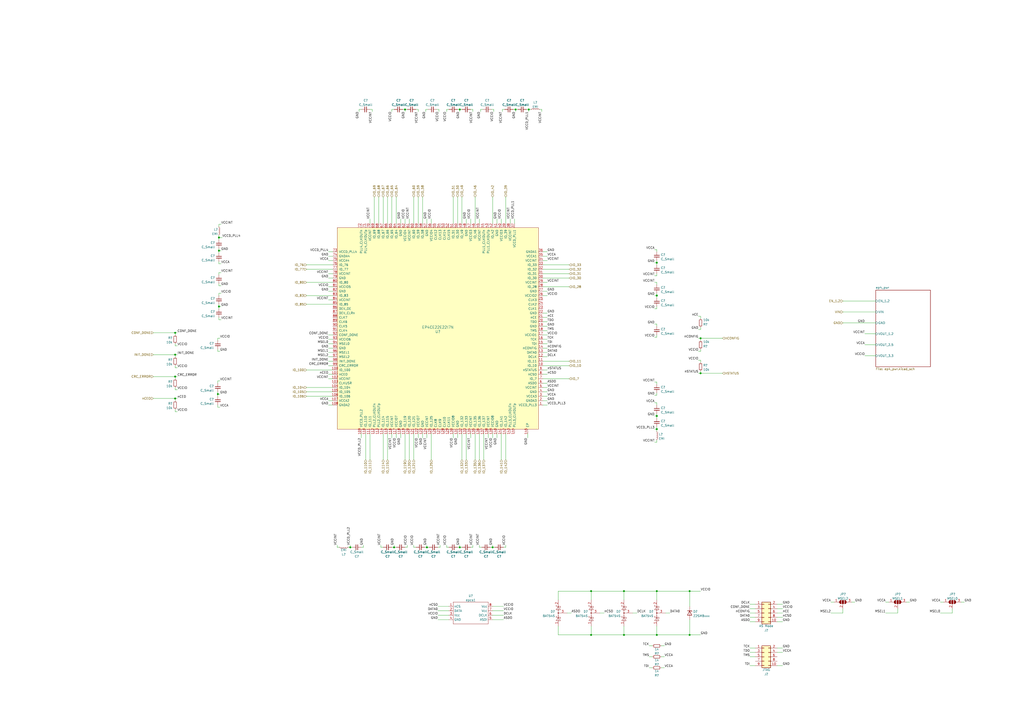
<source format=kicad_sch>
(kicad_sch (version 20211123) (generator eeschema)
  (paper "A2")
  (junction (at 285.75 317.5))
  (junction (at 127 177.8))
  (junction (at 381 152.4))
  (junction (at 101.6 193.04))
  (junction (at 127 145.415))
  (junction (at 299.085 63.5))
  (junction (at 400.05 342.9))
  (junction (at 400.05 368.3))
  (junction (at 247.65 317.5))
  (junction (at 266.7 317.5))
  (junction (at 361.95 368.3))
  (junction (at 342.9 342.9))
  (junction (at 101.6 218.44))
  (junction (at 101.6 205.74))
  (junction (at 406.4 216.535))
  (junction (at 126.365 228.6))
  (junction (at 342.9 368.3))
  (junction (at 234.95 63.5))
  (junction (at 228.6 317.5))
  (junction (at 381 342.9))
  (junction (at 381 248.92))
  (junction (at 266.7 63.5))
  (junction (at 101.6 231.14))
  (junction (at 127 137.795))
  (junction (at 381 368.3))
  (junction (at 406.4 196.215))
  (junction (at 361.95 342.9))
  (junction (at 381 241.3))
  (junction (at 203.2 317.5))
  (junction (at 381 171.45))
  (junction (at 306.705 63.5))
  (wire (pts (xy 381 241.3) (xy 381 242.57)))
  (wire (pts (xy 406.4 197.485) (xy 406.4 196.215)))
  (wire (pts (xy 126.365 236.22) (xy 126.365 234.95)))
  (wire (pts (xy 255.27 317.5) (xy 254 317.5)))
  (wire (pts (xy 381 160.02) (xy 381 158.75)))
  (wire (pts (xy 342.9 342.9) (xy 342.9 347.98)))
  (wire (pts (xy 247.015 64.77) (xy 247.015 63.5)))
  (wire (pts (xy 381 256.54) (xy 381 255.27)))
  (wire (pts (xy 481.965 349.25) (xy 483.87 349.25)))
  (wire (pts (xy 306.705 63.5) (xy 305.435 63.5)))
  (wire (pts (xy 488.95 180.975) (xy 508 180.975)))
  (wire (pts (xy 400.05 368.3) (xy 406.4 368.3)))
  (wire (pts (xy 313.055 63.5) (xy 314.325 63.5)))
  (wire (pts (xy 278.765 63.5) (xy 280.035 63.5)))
  (wire (pts (xy 545.465 355.6) (xy 552.45 355.6)))
  (wire (pts (xy 128.27 145.415) (xy 127 145.415)))
  (wire (pts (xy 232.41 251.46) (xy 232.41 254)))
  (wire (pts (xy 220.98 316.23) (xy 220.98 317.5)))
  (wire (pts (xy 101.6 200.66) (xy 102.87 200.66)))
  (wire (pts (xy 262.89 254) (xy 262.89 251.46)))
  (wire (pts (xy 190.5 219.71) (xy 193.04 219.71)))
  (wire (pts (xy 232.41 127) (xy 232.41 129.54)))
  (wire (pts (xy 214.63 251.46) (xy 214.63 266.7)))
  (wire (pts (xy 488.95 355.6) (xy 488.95 353.06)))
  (wire (pts (xy 379.73 248.92) (xy 381 248.92)))
  (wire (pts (xy 317.5 189.23) (xy 314.96 189.23)))
  (wire (pts (xy 434.975 381) (xy 438.15 381)))
  (wire (pts (xy 193.04 166.37) (xy 190.5 166.37)))
  (wire (pts (xy 214.63 127) (xy 214.63 129.54)))
  (wire (pts (xy 240.03 317.5) (xy 241.3 317.5)))
  (wire (pts (xy 298.45 127) (xy 298.45 129.54)))
  (wire (pts (xy 126.365 197.485) (xy 126.365 196.215)))
  (wire (pts (xy 242.57 63.5) (xy 242.57 64.77)))
  (wire (pts (xy 208.28 64.77) (xy 208.28 63.5)))
  (wire (pts (xy 405.13 203.835) (xy 406.4 203.835)))
  (wire (pts (xy 381 368.3) (xy 400.05 368.3)))
  (wire (pts (xy 379.73 233.68) (xy 381 233.68)))
  (wire (pts (xy 400.05 359.41) (xy 400.05 368.3)))
  (wire (pts (xy 195.58 317.5) (xy 196.85 317.5)))
  (wire (pts (xy 450.85 350.52) (xy 454.025 350.52)))
  (wire (pts (xy 381 233.68) (xy 381 234.95)))
  (wire (pts (xy 450.85 355.6) (xy 454.025 355.6)))
  (wire (pts (xy 381 152.4) (xy 381 153.67)))
  (wire (pts (xy 217.17 114.3) (xy 217.17 129.54)))
  (wire (pts (xy 275.59 251.46) (xy 275.59 266.7)))
  (wire (pts (xy 347.98 355.6) (xy 350.52 355.6)))
  (wire (pts (xy 254 354.33) (xy 260.35 354.33)))
  (wire (pts (xy 381 342.9) (xy 381 347.98)))
  (wire (pts (xy 210.82 317.5) (xy 209.55 317.5)))
  (wire (pts (xy 240.03 316.23) (xy 240.03 317.5)))
  (wire (pts (xy 190.5 201.93) (xy 193.04 201.93)))
  (wire (pts (xy 317.5 194.31) (xy 314.96 194.31)))
  (wire (pts (xy 101.6 232.41) (xy 101.6 231.14)))
  (wire (pts (xy 314.96 234.95) (xy 317.5 234.95)))
  (wire (pts (xy 127 170.18) (xy 128.27 170.18)))
  (wire (pts (xy 126.365 228.6) (xy 126.365 229.87)))
  (wire (pts (xy 306.705 64.77) (xy 306.705 63.5)))
  (wire (pts (xy 126.365 220.98) (xy 126.365 222.25)))
  (wire (pts (xy 406.4 183.515) (xy 406.4 184.785)))
  (wire (pts (xy 379.73 144.78) (xy 381 144.78)))
  (wire (pts (xy 237.49 127) (xy 237.49 129.54)))
  (wire (pts (xy 266.7 63.5) (xy 267.97 63.5)))
  (wire (pts (xy 224.79 114.3) (xy 224.79 129.54)))
  (wire (pts (xy 219.71 114.3) (xy 219.71 129.54)))
  (wire (pts (xy 229.87 254) (xy 229.87 251.46)))
  (wire (pts (xy 101.6 224.79) (xy 101.6 226.06)))
  (wire (pts (xy 386.08 355.6) (xy 388.62 355.6)))
  (wire (pts (xy 128.27 130.175) (xy 127 130.175)))
  (wire (pts (xy 406.4 203.835) (xy 406.4 202.565)))
  (wire (pts (xy 227.33 317.5) (xy 228.6 317.5)))
  (wire (pts (xy 285.75 359.41) (xy 292.1 359.41)))
  (wire (pts (xy 190.5 148.59) (xy 193.04 148.59)))
  (wire (pts (xy 254 351.79) (xy 260.35 351.79)))
  (wire (pts (xy 227.33 114.3) (xy 227.33 129.54)))
  (wire (pts (xy 204.47 317.5) (xy 203.2 317.5)))
  (wire (pts (xy 245.11 114.3) (xy 245.11 129.54)))
  (wire (pts (xy 450.85 353.06) (xy 454.025 353.06)))
  (wire (pts (xy 314.96 201.93) (xy 317.5 201.93)))
  (wire (pts (xy 222.25 114.3) (xy 222.25 129.54)))
  (wire (pts (xy 101.6 193.04) (xy 102.87 193.04)))
  (wire (pts (xy 381 187.96) (xy 381 189.23)))
  (wire (pts (xy 190.5 158.75) (xy 193.04 158.75)))
  (wire (pts (xy 376.555 374.65) (xy 378.46 374.65)))
  (wire (pts (xy 291.465 63.5) (xy 292.735 63.5)))
  (wire (pts (xy 127 145.415) (xy 127 146.685)))
  (wire (pts (xy 314.96 224.79) (xy 317.5 224.79)))
  (wire (pts (xy 488.95 174.625) (xy 508 174.625)))
  (wire (pts (xy 314.325 63.5) (xy 314.325 64.77)))
  (wire (pts (xy 291.465 64.77) (xy 291.465 63.5)))
  (wire (pts (xy 247.65 317.5) (xy 247.65 316.23)))
  (wire (pts (xy 177.8 163.83) (xy 193.04 163.83)))
  (wire (pts (xy 265.43 317.5) (xy 266.7 317.5)))
  (wire (pts (xy 190.5 173.99) (xy 193.04 173.99)))
  (wire (pts (xy 288.29 127) (xy 288.29 129.54)))
  (wire (pts (xy 290.83 129.54) (xy 290.83 127)))
  (wire (pts (xy 361.95 342.9) (xy 361.95 347.98)))
  (wire (pts (xy 314.96 146.05) (xy 317.5 146.05)))
  (wire (pts (xy 314.96 158.75) (xy 330.2 158.75)))
  (wire (pts (xy 381 248.92) (xy 381 250.19)))
  (wire (pts (xy 520.7 355.6) (xy 520.7 353.06)))
  (wire (pts (xy 101.6 237.49) (xy 101.6 238.76)))
  (wire (pts (xy 342.9 368.3) (xy 361.95 368.3)))
  (wire (pts (xy 406.4 216.535) (xy 419.1 216.535)))
  (wire (pts (xy 190.5 232.41) (xy 193.04 232.41)))
  (wire (pts (xy 190.5 212.09) (xy 193.04 212.09)))
  (wire (pts (xy 190.5 234.95) (xy 193.04 234.95)))
  (wire (pts (xy 379.73 241.3) (xy 381 241.3)))
  (wire (pts (xy 314.96 212.09) (xy 330.2 212.09)))
  (wire (pts (xy 127 177.8) (xy 127 179.07)))
  (wire (pts (xy 259.08 64.77) (xy 259.08 63.5)))
  (wire (pts (xy 406.4 208.915) (xy 406.4 210.185)))
  (wire (pts (xy 267.97 114.3) (xy 267.97 129.54)))
  (wire (pts (xy 234.95 129.54) (xy 234.95 127)))
  (wire (pts (xy 193.04 194.31) (xy 190.5 194.31)))
  (wire (pts (xy 381 179.07) (xy 381 177.8)))
  (wire (pts (xy 383.54 381) (xy 385.445 381)))
  (wire (pts (xy 381 171.45) (xy 381 172.72)))
  (wire (pts (xy 379.73 163.83) (xy 381 163.83)))
  (wire (pts (xy 127 165.735) (xy 127 164.465)))
  (wire (pts (xy 177.8 229.87) (xy 193.04 229.87)))
  (wire (pts (xy 450.85 360.68) (xy 454.025 360.68)))
  (wire (pts (xy 88.9 231.14) (xy 101.6 231.14)))
  (wire (pts (xy 314.96 168.91) (xy 317.5 168.91)))
  (wire (pts (xy 127 136.525) (xy 127 137.795)))
  (wire (pts (xy 513.715 355.6) (xy 520.7 355.6)))
  (wire (pts (xy 254 359.41) (xy 260.35 359.41)))
  (wire (pts (xy 224.79 251.46) (xy 224.79 266.7)))
  (wire (pts (xy 285.75 254) (xy 285.75 251.46)))
  (wire (pts (xy 361.95 363.22) (xy 361.95 368.3)))
  (wire (pts (xy 127.635 236.22) (xy 126.365 236.22)))
  (wire (pts (xy 101.6 226.06) (xy 102.87 226.06)))
  (wire (pts (xy 317.5 196.85) (xy 314.96 196.85)))
  (wire (pts (xy 379.73 221.615) (xy 381 221.615)))
  (wire (pts (xy 177.8 153.67) (xy 193.04 153.67)))
  (wire (pts (xy 314.96 166.37) (xy 330.2 166.37)))
  (wire (pts (xy 265.43 114.3) (xy 265.43 129.54)))
  (wire (pts (xy 247.015 63.5) (xy 248.285 63.5)))
  (wire (pts (xy 285.75 114.3) (xy 285.75 129.54)))
  (wire (pts (xy 525.78 349.25) (xy 527.685 349.25)))
  (wire (pts (xy 236.22 317.5) (xy 234.95 317.5)))
  (wire (pts (xy 342.9 342.9) (xy 361.95 342.9)))
  (wire (pts (xy 285.75 351.79) (xy 292.1 351.79)))
  (wire (pts (xy 177.8 227.33) (xy 193.04 227.33)))
  (wire (pts (xy 557.53 349.25) (xy 559.435 349.25)))
  (wire (pts (xy 450.85 358.14) (xy 454.025 358.14)))
  (wire (pts (xy 285.75 354.33) (xy 292.1 354.33)))
  (wire (pts (xy 494.03 349.25) (xy 495.935 349.25)))
  (wire (pts (xy 314.96 163.83) (xy 317.5 163.83)))
  (wire (pts (xy 203.2 317.5) (xy 201.93 317.5)))
  (wire (pts (xy 228.6 317.5) (xy 228.6 316.23)))
  (wire (pts (xy 283.21 251.46) (xy 283.21 254)))
  (wire (pts (xy 209.55 251.46) (xy 209.55 254)))
  (wire (pts (xy 203.2 316.23) (xy 203.2 317.5)))
  (wire (pts (xy 314.96 232.41) (xy 317.5 232.41)))
  (wire (pts (xy 190.5 207.01) (xy 193.04 207.01)))
  (wire (pts (xy 361.95 368.3) (xy 381 368.3)))
  (wire (pts (xy 381 248.92) (xy 381 247.65)))
  (wire (pts (xy 438.15 353.06) (xy 434.975 353.06)))
  (wire (pts (xy 314.96 207.01) (xy 317.5 207.01)))
  (wire (pts (xy 400.05 342.9) (xy 406.4 342.9)))
  (wire (pts (xy 342.9 363.22) (xy 342.9 368.3)))
  (wire (pts (xy 406.4 196.215) (xy 419.1 196.215)))
  (wire (pts (xy 405.13 216.535) (xy 406.4 216.535)))
  (wire (pts (xy 381 152.4) (xy 381 151.13)))
  (wire (pts (xy 228.6 317.5) (xy 229.87 317.5)))
  (wire (pts (xy 293.37 317.5) (xy 292.1 317.5)))
  (wire (pts (xy 193.04 196.85) (xy 190.5 196.85)))
  (wire (pts (xy 245.11 251.46) (xy 245.11 254)))
  (wire (pts (xy 295.91 127) (xy 295.91 129.54)))
  (wire (pts (xy 88.9 193.04) (xy 101.6 193.04)))
  (wire (pts (xy 208.28 63.5) (xy 209.55 63.5)))
  (wire (pts (xy 126.365 196.215) (xy 127.635 196.215)))
  (wire (pts (xy 323.85 363.22) (xy 323.85 368.3)))
  (wire (pts (xy 323.85 347.98) (xy 323.85 342.9)))
  (wire (pts (xy 128.27 153.035) (xy 127 153.035)))
  (wire (pts (xy 314.96 151.13) (xy 317.5 151.13)))
  (wire (pts (xy 250.19 129.54) (xy 250.19 127)))
  (wire (pts (xy 234.95 63.5) (xy 236.22 63.5)))
  (wire (pts (xy 293.37 316.23) (xy 293.37 317.5)))
  (wire (pts (xy 450.85 375.92) (xy 454.025 375.92)))
  (wire (pts (xy 177.8 224.79) (xy 193.04 224.79)))
  (wire (pts (xy 254 356.87) (xy 260.35 356.87)))
  (wire (pts (xy 434.975 355.6) (xy 438.15 355.6)))
  (wire (pts (xy 488.95 187.325) (xy 508 187.325)))
  (wire (pts (xy 127.635 220.98) (xy 126.365 220.98)))
  (wire (pts (xy 317.5 171.45) (xy 314.96 171.45)))
  (wire (pts (xy 323.85 342.9) (xy 342.9 342.9)))
  (wire (pts (xy 286.385 63.5) (xy 285.115 63.5)))
  (wire (pts (xy 246.38 317.5) (xy 247.65 317.5)))
  (wire (pts (xy 285.75 356.87) (xy 292.1 356.87)))
  (wire (pts (xy 265.43 251.46) (xy 265.43 254)))
  (wire (pts (xy 314.96 153.67) (xy 330.2 153.67)))
  (wire (pts (xy 317.5 222.25) (xy 314.96 222.25)))
  (wire (pts (xy 299.085 63.5) (xy 297.815 63.5)))
  (wire (pts (xy 405.13 196.215) (xy 406.4 196.215)))
  (wire (pts (xy 242.57 254) (xy 242.57 251.46)))
  (wire (pts (xy 434.975 358.14) (xy 438.15 358.14)))
  (wire (pts (xy 128.27 158.115) (xy 127 158.115)))
  (wire (pts (xy 247.65 127) (xy 247.65 129.54)))
  (wire (pts (xy 215.9 63.5) (xy 214.63 63.5)))
  (wire (pts (xy 247.65 251.46) (xy 247.65 254)))
  (wire (pts (xy 274.32 317.5) (xy 273.05 317.5)))
  (wire (pts (xy 314.96 184.15) (xy 317.5 184.15)))
  (wire (pts (xy 127 185.42) (xy 128.27 185.42)))
  (wire (pts (xy 306.07 251.46) (xy 306.07 254)))
  (wire (pts (xy 127 130.175) (xy 127 131.445)))
  (wire (pts (xy 290.83 251.46) (xy 290.83 266.7)))
  (wire (pts (xy 253.365 63.5) (xy 254.635 63.5)))
  (wire (pts (xy 278.13 127) (xy 278.13 129.54)))
  (wire (pts (xy 259.08 63.5) (xy 260.35 63.5)))
  (wire (pts (xy 405.13 183.515) (xy 406.4 183.515)))
  (wire (pts (xy 250.19 251.46) (xy 250.19 266.7)))
  (wire (pts (xy 450.85 378.46) (xy 454.025 378.46)))
  (wire (pts (xy 270.51 127) (xy 270.51 129.54)))
  (wire (pts (xy 195.58 316.23) (xy 195.58 317.5)))
  (wire (pts (xy 266.7 317.5) (xy 266.7 316.23)))
  (wire (pts (xy 177.8 176.53) (xy 193.04 176.53)))
  (wire (pts (xy 379.73 171.45) (xy 381 171.45)))
  (wire (pts (xy 127 144.145) (xy 127 145.415)))
  (wire (pts (xy 381 163.83) (xy 381 165.1)))
  (wire (pts (xy 210.82 316.23) (xy 210.82 317.5)))
  (wire (pts (xy 406.4 191.135) (xy 406.4 189.865)))
  (wire (pts (xy 288.29 251.46) (xy 288.29 254)))
  (wire (pts (xy 383.54 374.65) (xy 385.445 374.65)))
  (wire (pts (xy 240.03 114.3) (xy 240.03 129.54)))
  (wire (pts (xy 381 363.22) (xy 381 368.3)))
  (wire (pts (xy 255.27 316.23) (xy 255.27 317.5)))
  (wire (pts (xy 237.49 251.46) (xy 237.49 266.7)))
  (wire (pts (xy 434.975 375.92) (xy 438.15 375.92)))
  (wire (pts (xy 101.6 218.44) (xy 102.87 218.44)))
  (wire (pts (xy 177.8 171.45) (xy 193.04 171.45)))
  (wire (pts (xy 314.96 219.71) (xy 330.2 219.71)))
  (wire (pts (xy 190.5 151.13) (xy 193.04 151.13)))
  (wire (pts (xy 293.37 114.3) (xy 293.37 129.54)))
  (wire (pts (xy 88.9 218.44) (xy 101.6 218.44)))
  (wire (pts (xy 190.5 168.91) (xy 193.04 168.91)))
  (wire (pts (xy 434.975 386.08) (xy 438.15 386.08)))
  (wire (pts (xy 273.05 251.46) (xy 273.05 254)))
  (wire (pts (xy 88.9 205.74) (xy 101.6 205.74)))
  (wire (pts (xy 220.98 317.5) (xy 222.25 317.5)))
  (wire (pts (xy 299.085 64.77) (xy 299.085 63.5)))
  (wire (pts (xy 381 241.3) (xy 381 240.03)))
  (wire (pts (xy 234.95 64.77) (xy 234.95 63.5)))
  (wire (pts (xy 314.96 156.21) (xy 330.2 156.21)))
  (wire (pts (xy 265.43 63.5) (xy 266.7 63.5)))
  (wire (pts (xy 262.89 114.3) (xy 262.89 129.54)))
  (wire (pts (xy 317.5 191.77) (xy 314.96 191.77)))
  (wire (pts (xy 379.73 229.235) (xy 381 229.235)))
  (wire (pts (xy 383.54 387.35) (xy 385.445 387.35)))
  (wire (pts (xy 381 171.45) (xy 381 170.18)))
  (wire (pts (xy 190.5 161.29) (xy 193.04 161.29)))
  (wire (pts (xy 379.73 256.54) (xy 381 256.54)))
  (wire (pts (xy 454.025 386.08) (xy 450.85 386.08)))
  (wire (pts (xy 379.73 160.02) (xy 381 160.02)))
  (wire (pts (xy 275.59 114.3) (xy 275.59 129.54)))
  (wire (pts (xy 317.5 199.39) (xy 314.96 199.39)))
  (wire (pts (xy 314.96 217.17) (xy 317.5 217.17)))
  (wire (pts (xy 128.27 177.8) (xy 127 177.8)))
  (wire (pts (xy 222.25 251.46) (xy 222.25 266.7)))
  (wire (pts (xy 127 137.795) (xy 128.905 137.795)))
  (wire (pts (xy 314.96 214.63) (xy 317.5 214.63)))
  (wire (pts (xy 267.97 251.46) (xy 267.97 266.7)))
  (wire (pts (xy 328.93 355.6) (xy 331.47 355.6)))
  (wire (pts (xy 376.555 381) (xy 378.46 381)))
  (wire (pts (xy 438.15 360.68) (xy 434.975 360.68)))
  (wire (pts (xy 227.33 64.77) (xy 227.33 63.5)))
  (wire (pts (xy 284.48 317.5) (xy 285.75 317.5)))
  (wire (pts (xy 501.65 206.375) (xy 508 206.375)))
  (wire (pts (xy 101.6 205.74) (xy 102.87 205.74)))
  (wire (pts (xy 379.73 187.96) (xy 381 187.96)))
  (wire (pts (xy 126.365 228.6) (xy 126.365 227.33)))
  (wire (pts (xy 259.08 316.23) (xy 259.08 317.5)))
  (wire (pts (xy 379.73 195.58) (xy 381 195.58)))
  (wire (pts (xy 266.7 317.5) (xy 267.97 317.5)))
  (wire (pts (xy 306.705 63.5) (xy 307.975 63.5)))
  (wire (pts (xy 254.635 63.5) (xy 254.635 64.77)))
  (wire (pts (xy 190.5 209.55) (xy 193.04 209.55)))
  (wire (pts (xy 314.96 227.33) (xy 317.5 227.33)))
  (wire (pts (xy 270.51 251.46) (xy 270.51 266.7)))
  (wire (pts (xy 127 171.45) (xy 127 170.18)))
  (wire (pts (xy 101.6 231.14) (xy 102.87 231.14)))
  (wire (pts (xy 101.6 199.39) (xy 101.6 200.66)))
  (wire (pts (xy 314.96 161.29) (xy 330.2 161.29)))
  (wire (pts (xy 286.385 64.77) (xy 286.385 63.5)))
  (wire (pts (xy 314.96 181.61) (xy 317.5 181.61)))
  (wire (pts (xy 101.6 212.09) (xy 101.6 213.36)))
  (wire (pts (xy 240.03 251.46) (xy 240.03 266.7)))
  (wire (pts (xy 127.635 228.6) (xy 126.365 228.6)))
  (wire (pts (xy 405.13 208.915) (xy 406.4 208.915)))
  (wire (pts (xy 381 221.615) (xy 381 222.885)))
  (wire (pts (xy 127 176.53) (xy 127 177.8)))
  (wire (pts (xy 259.08 317.5) (xy 260.35 317.5)))
  (wire (pts (xy 285.75 317.5) (xy 287.02 317.5)))
  (wire (pts (xy 361.95 342.9) (xy 381 342.9)))
  (wire (pts (xy 278.13 317.5) (xy 279.4 317.5)))
  (wire (pts (xy 314.96 148.59) (xy 317.5 148.59)))
  (wire (pts (xy 278.765 64.77) (xy 278.765 63.5)))
  (wire (pts (xy 190.5 204.47) (xy 193.04 204.47)))
  (wire (pts (xy 274.32 64.77) (xy 274.32 63.5)))
  (wire (pts (xy 127 158.115) (xy 127 159.385)))
  (wire (pts (xy 234.95 63.5) (xy 233.68 63.5)))
  (wire (pts (xy 126.365 203.835) (xy 126.365 202.565)))
  (wire (pts (xy 434.975 350.52) (xy 438.15 350.52)))
  (wire (pts (xy 101.6 238.76) (xy 102.87 238.76)))
  (wire (pts (xy 127 153.035) (xy 127 151.765)))
  (wire (pts (xy 405.13 191.135) (xy 406.4 191.135)))
  (wire (pts (xy 314.96 209.55) (xy 330.2 209.55)))
  (wire (pts (xy 280.67 251.46) (xy 280.67 266.7)))
  (wire (pts (xy 266.7 63.5) (xy 266.7 64.77)))
  (wire (pts (xy 381 342.9) (xy 400.05 342.9)))
  (wire (pts (xy 101.6 219.71) (xy 101.6 218.44)))
  (wire (pts (xy 274.32 316.23) (xy 274.32 317.5)))
  (wire (pts (xy 278.13 316.23) (xy 278.13 317.5)))
  (wire (pts (xy 236.22 316.23) (xy 236.22 317.5)))
  (wire (pts (xy 190.5 199.39) (xy 193.04 199.39)))
  (wire (pts (xy 545.465 349.25) (xy 547.37 349.25)))
  (wire (pts (xy 190.5 217.17) (xy 193.04 217.17)))
  (wire (pts (xy 177.8 214.63) (xy 193.04 214.63)))
  (wire (pts (xy 274.32 63.5) (xy 273.05 63.5)))
  (wire (pts (xy 101.6 207.01) (xy 101.6 205.74)))
  (wire (pts (xy 379.73 152.4) (xy 381 152.4)))
  (wire (pts (xy 381 144.78) (xy 381 146.05)))
  (wire (pts (xy 190.5 146.05) (xy 193.04 146.05)))
  (wire (pts (xy 438.15 378.46) (xy 434.975 378.46)))
  (wire (pts (xy 215.9 64.77) (xy 215.9 63.5)))
  (wire (pts (xy 376.555 387.35) (xy 378.46 387.35)))
  (wire (pts (xy 247.65 317.5) (xy 248.92 317.5)))
  (wire (pts (xy 299.085 63.5) (xy 300.355 63.5)))
  (wire (pts (xy 293.37 251.46) (xy 293.37 266.7)))
  (wire (pts (xy 381 195.58) (xy 381 194.31)))
  (wire (pts (xy 242.57 114.3) (xy 242.57 129.54)))
  (wire (pts (xy 501.65 193.675) (xy 508 193.675)))
  (wire (pts (xy 481.965 355.6) (xy 488.95 355.6)))
  (wire (pts (xy 552.45 355.6) (xy 552.45 353.06)))
  (wire (pts (xy 177.8 156.21) (xy 193.04 156.21)))
  (wire (pts (xy 212.09 251.46) (xy 212.09 266.7)))
  (wire (pts (xy 400.05 342.9) (xy 400.05 351.79)))
  (wire (pts (xy 127.635 203.835) (xy 126.365 203.835)))
  (wire (pts (xy 241.3 63.5) (xy 242.57 63.5)))
  (wire (pts (xy 367.03 355.6) (xy 369.57 355.6)))
  (wire (pts (xy 101.6 213.36) (xy 102.87 213.36)))
  (wire (pts (xy 229.87 114.3) (xy 229.87 129.54)))
  (wire (pts (xy 379.73 179.07) (xy 381 179.07)))
  (wire (pts (xy 234.95 251.46) (xy 234.95 266.7)))
  (wire (pts (xy 128.27 165.735) (xy 127 165.735)))
  (wire (pts (xy 227.33 251.46) (xy 227.33 254)))
  (wire (pts (xy 317.5 186.69) (xy 314.96 186.69)))
  (wire (pts (xy 127 184.15) (xy 127 185.42)))
  (wire (pts (xy 406.4 215.265) (xy 406.4 216.535)))
  (wire (pts (xy 513.715 349.25) (xy 515.62 349.25)))
  (wire (pts (xy 278.13 251.46) (xy 278.13 266.7)))
  (wire (pts (xy 127 137.795) (xy 127 139.065)))
  (wire (pts (xy 381 229.235) (xy 381 227.965)))
  (wire (pts (xy 501.65 200.025) (xy 508 200.025)))
  (wire (pts (xy 314.96 204.47) (xy 317.5 204.47)))
  (wire (pts (xy 285.75 317.5) (xy 285.75 316.23)))
  (wire (pts (xy 101.6 194.31) (xy 101.6 193.04)))
  (wire (pts (xy 323.85 368.3) (xy 342.9 368.3)))
  (wire (pts (xy 314.96 229.87) (xy 317.5 229.87)))
  (wire (pts (xy 227.33 63.5) (xy 228.6 63.5)))
  (wire (pts (xy 273.05 129.54) (xy 273.05 127)))
  (label "GND" (at 306.07 254 270))
  (label "nCONFIG" (at 317.5 201.93 0))
  (label "nCSO" (at 454.025 358.14 0))
  (label "VCCIO" (at 379.73 195.58 180))
  (label "VCCIO" (at 102.87 213.36 0))
  (label "VCCIO" (at 290.83 127 90))
  (label "GND" (at 128.27 165.735 0))
  (label "VCCIO" (at 229.87 254 270))
  (label "TDO" (at 317.5 186.69 0))
  (label "GND" (at 454.025 360.68 0))
  (label "VCCD_PLL3" (at 317.5 234.95 0))
  (label "nCSO" (at 317.5 217.17 0))
  (label "VCCA" (at 190.5 151.13 180))
  (label "VCCINT" (at 190.5 158.75 180))
  (label "GND" (at 266.7 64.77 270))
  (label "MSEL0" (at 545.465 355.6 180))
  (label "MSEL2" (at 190.5 207.01 180))
  (label "VCCIO" (at 285.75 254 270))
  (label "GND" (at 317.5 227.33 0))
  (label "CONF_DONE" (at 434.975 353.06 180))
  (label "GND" (at 559.435 349.25 0))
  (label "VCCIO" (at 454.025 353.06 0))
  (label "VCCINT" (at 278.13 127 90))
  (label "VCCIO" (at 405.13 208.915 180))
  (label "TMS" (at 317.5 191.77 0))
  (label "GND" (at 234.95 64.77 270))
  (label "VCCINT" (at 255.27 316.23 90))
  (label "VCCIO" (at 250.19 127 90))
  (label "GND" (at 247.65 316.23 90))
  (label "DCLK" (at 317.5 207.01 0))
  (label "VCCD_PLL4" (at 128.905 137.795 0))
  (label "GND" (at 247.65 127 90))
  (label "VCCINT" (at 273.05 254 270))
  (label "VCCD_PLL3" (at 379.73 248.92 180))
  (label "GND" (at 379.73 241.3 180))
  (label "TDO" (at 434.975 378.46 180))
  (label "ASDO" (at 317.5 222.25 0))
  (label "ASDO" (at 292.1 359.41 0))
  (label "VCCINT" (at 501.65 193.675 180))
  (label "VCCIO" (at 254.635 64.77 270))
  (label "GND" (at 128.27 145.415 0))
  (label "VCCIO" (at 293.37 316.23 90))
  (label "VCCIO" (at 254 356.87 180))
  (label "VCCINT" (at 237.49 127 90))
  (label "TCK" (at 376.555 374.65 180))
  (label "GND" (at 379.73 152.4 180))
  (label "MSEL0" (at 190.5 199.39 180))
  (label "VCCIO" (at 379.73 179.07 180))
  (label "VCCINT" (at 317.5 224.79 0))
  (label "VCCD_PLL1" (at 298.45 127 90))
  (label "VCCIO" (at 286.385 64.77 270))
  (label "GND" (at 247.015 64.77 270))
  (label "VCCA" (at 385.445 381 0))
  (label "GND" (at 405.13 191.135 180))
  (label "GND" (at 245.11 254 270))
  (label "GND" (at 454.025 375.92 0))
  (label "DATA0" (at 254 354.33 180))
  (label "VCCIO" (at 292.1 351.79 0))
  (label "nCEO" (at 102.87 231.14 0))
  (label "nSTATUS" (at 405.13 216.535 180))
  (label "VCCD_PLL1" (at 306.705 64.77 270))
  (label "VCCIO" (at 259.08 316.23 90))
  (label "GND" (at 288.29 254 270))
  (label "VCCIO" (at 127.635 196.215 0))
  (label "VCCIO" (at 406.4 342.9 0))
  (label "VCCD_PLL2" (at 203.2 316.23 90))
  (label "TDI" (at 317.5 199.39 0))
  (label "nSTATUS" (at 317.5 214.63 0))
  (label "VCCIO" (at 102.87 226.06 0))
  (label "TCK" (at 317.5 196.85 0))
  (label "GND" (at 265.43 254 270))
  (label "VCCIO" (at 259.08 64.77 270))
  (label "GND" (at 254 359.41 180))
  (label "DATA0" (at 317.5 204.47 0))
  (label "GND" (at 278.765 64.77 270))
  (label "VCCINT" (at 128.27 158.115 0))
  (label "GND" (at 127.635 228.6 0))
  (label "GND" (at 190.5 161.29 180))
  (label "DCLK" (at 369.57 355.6 0))
  (label "VCCD_PLL4" (at 190.5 146.05 180))
  (label "VCCA" (at 385.445 387.35 0))
  (label "nCONFIG" (at 434.975 355.6 180))
  (label "VCCD_PLL2" (at 209.55 254 270))
  (label "VCCIO" (at 501.65 206.375 180))
  (label "nCE" (at 317.5 184.15 0))
  (label "VCCINT" (at 379.73 256.54 180))
  (label "VCCINT" (at 215.9 64.77 270))
  (label "VCCINT" (at 379.73 160.02 180))
  (label "GND" (at 232.41 254 270))
  (label "VCCINT" (at 379.73 163.83 180))
  (label "GND" (at 379.73 187.96 180))
  (label "VCCA" (at 545.465 349.25 180))
  (label "VCCA" (at 454.025 378.46 0))
  (label "GND" (at 270.51 127 90))
  (label "VCCA" (at 128.27 153.035 0))
  (label "MSEL1" (at 190.5 204.47 180))
  (label "VCCIO" (at 240.03 316.23 90))
  (label "VCCINT" (at 295.91 127 90))
  (label "VCCINT" (at 127.635 220.98 0))
  (label "VCCA" (at 127.635 236.22 0))
  (label "TDI" (at 434.975 386.08 180))
  (label "GND" (at 317.5 168.91 0))
  (label "VCCINT" (at 274.32 64.77 270))
  (label "VCCIO" (at 128.27 170.18 0))
  (label "GND" (at 228.6 316.23 90))
  (label "VCCIO" (at 317.5 194.31 0))
  (label "GND" (at 454.025 386.08 0))
  (label "nCE" (at 405.13 183.515 180))
  (label "VCCINT" (at 291.465 64.77 270))
  (label "VCCA" (at 513.715 349.25 180))
  (label "GND" (at 501.65 187.325 180))
  (label "VCCIO" (at 236.22 316.23 90))
  (label "GND" (at 299.085 64.77 270))
  (label "nCSO" (at 254 351.79 180))
  (label "ASDO" (at 331.47 355.6 0))
  (label "VCCA" (at 481.965 349.25 180))
  (label "VCCINT" (at 190.5 173.99 180))
  (label "MSEL2" (at 481.965 355.6 180))
  (label "GND" (at 406.4 368.3 0))
  (label "VCCIO" (at 190.5 166.37 180))
  (label "GND" (at 190.5 234.95 180))
  (label "GND" (at 190.5 201.93 180))
  (label "TMS" (at 376.555 381 180))
  (label "GND" (at 232.41 127 90))
  (label "ASDO" (at 434.975 360.68 180))
  (label "GND" (at 285.75 316.23 90))
  (label "VCCIO" (at 292.1 354.33 0))
  (label "DCLK" (at 434.975 350.52 180))
  (label "VCCIO" (at 273.05 127 90))
  (label "VCCINT" (at 283.21 254 270))
  (label "VCCA" (at 317.5 148.59 0))
  (label "VCCIO" (at 262.89 254 270))
  (label "GND" (at 379.73 171.45 180))
  (label "nCONFIG" (at 405.13 196.215 180))
  (label "VCCINT" (at 128.27 130.175 0))
  (label "CONF_DONE" (at 190.5 194.31 180))
  (label "VCCA" (at 190.5 232.41 180))
  (label "VCCIO" (at 405.13 203.835 180))
  (label "TMS" (at 434.975 381 180))
  (label "CRC_ERROR" (at 190.5 212.09 180))
  (label "VCCIO" (at 234.95 127 90))
  (label "VCCIO" (at 102.87 238.76 0))
  (label "GND" (at 190.5 148.59 180))
  (label "nCSO" (at 350.52 355.6 0))
  (label "INIT_DONE" (at 190.5 209.55 180))
  (label "VCCINT" (at 242.57 64.77 270))
  (label "GND" (at 379.73 229.235 180))
  (label "MSEL1" (at 513.715 355.6 180))
  (label "TDI" (at 376.555 387.35 180))
  (label "GND" (at 210.82 316.23 90))
  (label "GND" (at 208.28 64.77 270))
  (label "VCCINT" (at 128.27 185.42 0))
  (label "CRC_ERROR" (at 102.87 218.44 0))
  (label "VCCINT" (at 317.5 163.83 0))
  (label "VCCINT" (at 190.5 219.71 180))
  (label "VCCINT" (at 227.33 254 270))
  (label "DATA0" (at 388.62 355.6 0))
  (label "GND" (at 527.685 349.25 0))
  (label "nCEO" (at 190.5 217.17 180))
  (label "VCCA" (at 317.5 229.87 0))
  (label "nCE" (at 454.025 355.6 0))
  (label "GND" (at 288.29 127 90))
  (label "GND" (at 317.5 232.41 0))
  (label "GND" (at 128.27 177.8 0))
  (label "VCCINT" (at 220.98 316.23 90))
  (label "VCCIO" (at 227.33 64.77 270))
  (label "GND" (at 495.935 349.25 0))
  (label "GND" (at 454.025 350.52 0))
  (label "GND" (at 266.7 316.23 90))
  (label "VCCINT" (at 195.58 316.23 90))
  (label "VCCINT" (at 317.5 151.13 0))
  (label "VCCIO" (at 102.87 200.66 0))
  (label "INIT_DONE" (at 102.87 205.74 0))
  (label "GND" (at 317.5 146.05 0))
  (label "DCLK" (at 292.1 356.87 0))
  (label "VCCINT" (at 274.32 316.23 90))
  (label "GND" (at 317.5 189.23 0))
  (label "VCCIO" (at 190.5 196.85 180))
  (label "GND" (at 127.635 203.835 0))
  (label "GND" (at 317.5 181.61 0))
  (label "VCCIO" (at 317.5 171.45 0))
  (label "GND" (at 190.5 168.91 180))
  (label "VCCINT" (at 278.13 316.23 90))
  (label "VCCA" (at 379.73 144.78 180))
  (label "VCCINT" (at 247.65 254 270))
  (label "VCCINT" (at 314.325 64.77 270))
  (label "VCCA" (at 501.65 200.025 180))
  (label "VCCA" (at 379.73 233.68 180))
  (label "DATA0" (at 434.975 358.14 180))
  (label "TCK" (at 434.975 375.92 180))
  (label "VCCIO" (at 242.57 254 270))
  (label "VCCINT" (at 379.73 221.615 180))
  (label "GND" (at 385.445 374.65 0))
  (label "VCCINT" (at 214.63 127 90))
  (label "CONF_DONE" (at 102.87 193.04 0))
  (hierarchical_label "IO_10" (shape input) (at 330.2 212.09 0))
  (hierarchical_label "IO_141" (shape input) (at 290.83 266.7 270))
  (hierarchical_label "IO_28" (shape input) (at 330.2 166.37 0))
  (hierarchical_label "IO_50" (shape input) (at 265.43 114.3 90))
  (hierarchical_label "IO_132" (shape input) (at 267.97 266.7 270))
  (hierarchical_label "IO_76" (shape input) (at 177.8 153.67 180))
  (hierarchical_label "IO_32" (shape input) (at 330.2 156.21 0))
  (hierarchical_label "IO_100" (shape input) (at 177.8 214.63 180))
  (hierarchical_label "IO_83" (shape input) (at 177.8 171.45 180))
  (hierarchical_label "IO_67" (shape input) (at 222.25 114.3 90))
  (hierarchical_label "IO_68" (shape input) (at 219.71 114.3 90))
  (hierarchical_label "IO_105" (shape input) (at 177.8 227.33 180))
  (hierarchical_label "IO_80" (shape input) (at 177.8 163.83 180))
  (hierarchical_label "IO_69" (shape input) (at 217.17 114.3 90))
  (hierarchical_label "EN_1.2" (shape input) (at 488.95 174.625 180))
  (hierarchical_label "CONF_DONE" (shape input) (at 88.9 193.04 180))
  (hierarchical_label "IO_39" (shape input) (at 293.37 114.3 90))
  (hierarchical_label "IO_85" (shape input) (at 177.8 176.53 180))
  (hierarchical_label "IO_133" (shape input) (at 270.51 266.7 270))
  (hierarchical_label "IO_59" (shape input) (at 242.57 114.3 90))
  (hierarchical_label "IO_136" (shape input) (at 278.13 266.7 270))
  (hierarchical_label "IO_137" (shape input) (at 280.67 266.7 270))
  (hierarchical_label "IO_42" (shape input) (at 285.75 114.3 90))
  (hierarchical_label "IO_142" (shape input) (at 293.37 266.7 270))
  (hierarchical_label "nCONFIG" (shape input) (at 419.1 196.215 0))
  (hierarchical_label "IO_33" (shape input) (at 330.2 153.67 0))
  (hierarchical_label "IO_49" (shape input) (at 267.97 114.3 90))
  (hierarchical_label "IO_46" (shape input) (at 275.59 114.3 90))
  (hierarchical_label "IO_66" (shape input) (at 224.79 114.3 90))
  (hierarchical_label "CRC_ERROR" (shape input) (at 88.9 218.44 180))
  (hierarchical_label "IO_135" (shape input) (at 275.59 266.7 270))
  (hierarchical_label "IO_106" (shape input) (at 177.8 229.87 180))
  (hierarchical_label "nCEO" (shape input) (at 88.9 231.14 180))
  (hierarchical_label "IO_104" (shape input) (at 177.8 224.79 180))
  (hierarchical_label "IO_125" (shape input) (at 250.19 266.7 270))
  (hierarchical_label "IO_11" (shape input) (at 330.2 209.55 0))
  (hierarchical_label "IO_64" (shape input) (at 229.87 114.3 90))
  (hierarchical_label "IO_121" (shape input) (at 240.03 266.7 270))
  (hierarchical_label "INIT_DONE" (shape input) (at 88.9 205.74 180))
  (hierarchical_label "IO_31" (shape input) (at 330.2 158.75 0))
  (hierarchical_label "IO_120" (shape input) (at 237.49 266.7 270))
  (hierarchical_label "IO_7" (shape input) (at 330.2 219.71 0))
  (hierarchical_label "GND" (shape input) (at 488.95 187.325 180))
  (hierarchical_label "IO_77" (shape input) (at 177.8 156.21 180))
  (hierarchical_label "IO_65" (shape input) (at 227.33 114.3 90))
  (hierarchical_label "VIN" (shape input) (at 488.95 180.975 180))
  (hierarchical_label "IO_115" (shape input) (at 224.79 266.7 270))
  (hierarchical_label "IO_58" (shape input) (at 245.11 114.3 90))
  (hierarchical_label "IO_110" (shape input) (at 212.09 266.7 270))
  (hierarchical_label "IO_60" (shape input) (at 240.03 114.3 90))
  (hierarchical_label "IO_114" (shape input) (at 222.25 266.7 270))
  (hierarchical_label "IO_111" (shape input) (at 214.63 266.7 270))
  (hierarchical_label "IO_51" (shape input) (at 262.89 114.3 90))
  (hierarchical_label "IO_119" (shape input) (at 234.95 266.7 270))
  (hierarchical_label "IO_30" (shape input) (at 330.2 161.29 0))
  (hierarchical_label "nSTATUS" (shape input) (at 419.1 216.535 0))
  (symbol (lib_id "Diode:Z2SMBxxx") (at 400.05 355.6 270) (unit 1)
    (property "Reference" "D?" (at 402.082 354.7653 90) (effects (justify left)))
    (property "Value" "Z2SMBxxx" (at 402.082 357.3022 90) (effects (justify left)))
    (property "Footprint" "Diode_SMD:D_SMB" (effects hide))
    (property "Datasheet" "https://diotec.com/tl_files/diotec/files/pdf/datasheets/z2smb1.pdf" (effects hide))
  )
  (symbol (lib_id "Device:C_Small") (at 302.895 63.5 90) (mirror x) (unit 1)
    (property "Reference" "C?" (at 302.9013 58.2381 90))
    (property "Value" "C_Small" (at 302.9013 60.775 90))
  )
  (symbol (lib_id "Device:C_Small") (at 270.51 63.5 90) (unit 1)
    (property "Reference" "C?" (at 270.5163 58.2381 90))
    (property "Value" "C_Small" (at 270.5163 60.775 90))
  )
  (symbol (lib_id "Connector_Generic:Conn_02x05_Odd_Even") (at 443.23 381 0) (unit 1)
    (property "Reference" "J?" (at 444.5 391.0498 0))
    (property "Value" "JTAG" (at 444.5 388.5129 0))
  )
  (symbol (lib_id "Device:C_Small") (at 282.575 63.5 90) (unit 1)
    (property "Reference" "C?" (at 282.5813 58.2381 90))
    (property "Value" "C_Small" (at 282.5813 60.775 90))
  )
  (symbol (lib_id "Device:C_Small") (at 381 167.64 0) (unit 1)
    (property "Reference" "C?" (at 383.3241 166.8116 0) (effects (justify left)))
    (property "Value" "C_Small" (at 383.3241 169.3485 0) (effects (justify left)))
  )
  (symbol (lib_id "Device:R_Small") (at 406.4 212.725 180) (unit 1)
    (property "Reference" "R?" (at 407.8986 211.8903 0) (effects (justify right)))
    (property "Value" "10k" (at 407.8986 214.4272 0) (effects (justify right)))
  )
  (symbol (lib_id "Device:L_Small") (at 381 252.73 0) (unit 1)
    (property "Reference" "L?" (at 382.143 251.8953 0) (effects (justify left)))
    (property "Value" "EMI" (at 382.143 254.4322 0) (effects (justify left)))
  )
  (symbol (lib_id "Diode:BAT54S") (at 342.9 355.6 90) (unit 1)
    (property "Reference" "D?" (at 340.995 354.7653 90) (effects (justify left)))
    (property "Value" "BAT54S" (at 340.995 357.3022 90) (effects (justify left)))
    (property "Footprint" "Package_TO_SOT_SMD:SOT-23" (effects hide))
    (property "Datasheet" "https://www.diodes.com/assets/Datasheets/ds11005.pdf" (effects hide))
  )
  (symbol (lib_id "Device:R_Small") (at 381 381 270) (unit 1)
    (property "Reference" "R?" (at 381 385.4364 90))
    (property "Value" "1k" (at 381 382.8995 90))
  )
  (symbol (lib_id "Device:C_Small") (at 126.365 200.025 0) (mirror y) (unit 1)
    (property "Reference" "C?" (at 124.0409 199.1966 0) (effects (justify left)))
    (property "Value" "C_Small" (at 124.0409 201.7335 0) (effects (justify left)))
  )
  (symbol (lib_id "Device:R_Small") (at 101.6 209.55 0) (mirror x) (unit 1)
    (property "Reference" "R?" (at 100.1014 208.7153 0) (effects (justify right)))
    (property "Value" "10k" (at 100.1014 211.2522 0) (effects (justify right)))
  )
  (symbol (lib_id "Device:C_Small") (at 250.825 63.5 90) (unit 1)
    (property "Reference" "C?" (at 250.8313 58.2381 90))
    (property "Value" "C_Small" (at 250.8313 60.775 90))
  )
  (symbol (lib_id "Device:C_Small") (at 381 225.425 0) (unit 1)
    (property "Reference" "C?" (at 383.3241 224.5966 0) (effects (justify left)))
    (property "Value" "C_Small" (at 383.3241 227.1335 0) (effects (justify left)))
  )
  (symbol (lib_id "Device:C_Small") (at 127 141.605 0) (unit 1)
    (property "Reference" "C?" (at 124.6759 140.7766 0) (effects (justify right)))
    (property "Value" "C_Small" (at 124.6759 143.3135 0) (effects (justify right)))
  )
  (symbol (lib_id "Device:R_Small") (at 381 374.65 270) (unit 1)
    (property "Reference" "R?" (at 381 379.0864 90))
    (property "Value" "1k" (at 381 376.5495 90))
  )
  (symbol (lib_id "Device:C_Small") (at 127 161.925 0) (mirror y) (unit 1)
    (property "Reference" "C?" (at 124.6759 161.0966 0) (effects (justify left)))
    (property "Value" "C_Small" (at 124.6759 163.6335 0) (effects (justify left)))
  )
  (symbol (lib_id "ep4ce22e22i7n:EP4CE22E22I7N") (at 254 190.5 180) (unit 1)
    (property "Reference" "U?" (at 254 192.405 0) (effects (font (size 1.524 1.524))))
    (property "Value" "EP4CE22E22I7N" (at 254 189.865 0) (effects (font (size 1.524 1.524))))
  )
  (symbol (lib_id "epcs:epcs1") (at 273.05 355.6 0) (unit 1)
    (property "Reference" "U?" (at 273.05 345.601 0))
    (property "Value" "epcs1" (at 273.05 348.1379 0))
    (property "Footprint" "Package_SO:SOIC-8_3.9x4.9mm_P1.27mm" (effects hide))
  )
  (symbol (lib_id "Device:C_Small") (at 243.84 317.5 90) (mirror x) (unit 1)
    (property "Reference" "C?" (at 243.8463 322.7619 90))
    (property "Value" "C_Small" (at 243.8463 320.225 90))
  )
  (symbol (lib_id "Device:C_Small") (at 381 148.59 0) (unit 1)
    (property "Reference" "C?" (at 383.3241 147.7616 0) (effects (justify left)))
    (property "Value" "C_Small" (at 383.3241 150.2985 0) (effects (justify left)))
  )
  (symbol (lib_id "Device:C_Small") (at 224.79 317.5 90) (mirror x) (unit 1)
    (property "Reference" "C?" (at 224.7963 322.7619 90))
    (property "Value" "C_Small" (at 224.7963 320.225 90))
  )
  (symbol (lib_id "Diode:BAT54S") (at 381 355.6 90) (unit 1)
    (property "Reference" "D?" (at 379.095 354.7653 90) (effects (justify left)))
    (property "Value" "BAT54S" (at 379.095 357.3022 90) (effects (justify left)))
    (property "Footprint" "Package_TO_SOT_SMD:SOT-23" (effects hide))
    (property "Datasheet" "https://www.diodes.com/assets/Datasheets/ds11005.pdf" (effects hide))
  )
  (symbol (lib_id "Device:C_Small") (at 231.14 63.5 90) (unit 1)
    (property "Reference" "C?" (at 231.1463 58.2381 90))
    (property "Value" "C_Small" (at 231.1463 60.775 90))
  )
  (symbol (lib_id "Device:C_Small") (at 281.94 317.5 90) (mirror x) (unit 1)
    (property "Reference" "C?" (at 281.9463 322.7619 90))
    (property "Value" "C_Small" (at 281.9463 320.225 90))
  )
  (symbol (lib_id "Device:C_Small") (at 126.365 232.41 0) (mirror y) (unit 1)
    (property "Reference" "C?" (at 124.0409 231.5816 0) (effects (justify left)))
    (property "Value" "C_Small" (at 124.0409 234.1185 0) (effects (justify left)))
  )
  (symbol (lib_id "Device:C_Small") (at 270.51 317.5 90) (mirror x) (unit 1)
    (property "Reference" "C?" (at 270.5163 322.7619 90))
    (property "Value" "C_Small" (at 270.5163 320.225 90))
  )
  (symbol (lib_id "Jumper:SolderJumper_3_Open") (at 488.95 349.25 0) (unit 1)
    (property "Reference" "JP?" (at 488.95 344.6612 0))
    (property "Value" "MSEL2" (at 488.95 347.1981 0))
  )
  (symbol (lib_id "Device:C_Small") (at 381 156.21 0) (unit 1)
    (property "Reference" "C?" (at 383.3241 155.3816 0) (effects (justify left)))
    (property "Value" "C_Small" (at 383.3241 157.9185 0) (effects (justify left)))
  )
  (symbol (lib_id "Device:C_Small") (at 381 245.11 180) (unit 1)
    (property "Reference" "C?" (at 383.3241 244.2689 0) (effects (justify right)))
    (property "Value" "C_Small" (at 383.3241 246.8058 0) (effects (justify right)))
  )
  (symbol (lib_id "Device:L_Small") (at 127 133.985 0) (mirror x) (unit 1)
    (property "Reference" "L?" (at 126.365 133.1503 0) (effects (justify right)))
    (property "Value" "EMI" (at 126.365 135.6872 0) (effects (justify right)))
  )
  (symbol (lib_id "Jumper:SolderJumper_3_Open") (at 520.7 349.25 0) (unit 1)
    (property "Reference" "JP?" (at 520.7 344.6612 0))
    (property "Value" "MSEL1" (at 520.7 347.1981 0))
  )
  (symbol (lib_id "Device:C_Small") (at 127 149.225 0) (mirror y) (unit 1)
    (property "Reference" "C?" (at 124.6759 148.3966 0) (effects (justify left)))
    (property "Value" "C_Small" (at 124.6759 150.9335 0) (effects (justify left)))
  )
  (symbol (lib_id "Device:C_Small") (at 126.365 224.79 0) (mirror y) (unit 1)
    (property "Reference" "C?" (at 124.0409 223.9616 0) (effects (justify left)))
    (property "Value" "C_Small" (at 124.0409 226.4985 0) (effects (justify left)))
  )
  (symbol (lib_id "Device:R_Small") (at 101.6 234.95 0) (mirror x) (unit 1)
    (property "Reference" "R?" (at 100.1014 234.1153 0) (effects (justify right)))
    (property "Value" "10k" (at 100.1014 236.6522 0) (effects (justify right)))
  )
  (symbol (lib_id "Device:C_Small") (at 127 181.61 0) (mirror y) (unit 1)
    (property "Reference" "C?" (at 124.6759 180.7816 0) (effects (justify left)))
    (property "Value" "C_Small" (at 124.6759 183.3185 0) (effects (justify left)))
  )
  (symbol (lib_id "Device:C_Small") (at 295.275 63.5 90) (unit 1)
    (property "Reference" "C?" (at 295.2813 58.2381 90))
    (property "Value" "C_Small" (at 295.2813 60.775 90))
  )
  (symbol (lib_id "Device:L_Small") (at 199.39 317.5 90) (mirror x) (unit 1)
    (property "Reference" "L?" (at 199.39 321.5808 90))
    (property "Value" "EMI" (at 199.39 319.0439 90))
  )
  (symbol (lib_id "Device:C_Small") (at 238.76 63.5 90) (unit 1)
    (property "Reference" "C?" (at 238.7663 58.2381 90))
    (property "Value" "C_Small" (at 238.7663 60.775 90))
  )
  (symbol (lib_id "Device:R_Small") (at 381 387.35 270) (unit 1)
    (property "Reference" "R?" (at 381 391.7864 90))
    (property "Value" "1k" (at 381 389.2495 90))
  )
  (symbol (lib_id "Device:R_Small") (at 101.6 222.25 0) (mirror x) (unit 1)
    (property "Reference" "R?" (at 100.1014 221.4153 0) (effects (justify right)))
    (property "Value" "10k" (at 100.1014 223.9522 0) (effects (justify right)))
  )
  (symbol (lib_id "Device:C_Small") (at 251.46 317.5 90) (mirror x) (unit 1)
    (property "Reference" "C?" (at 251.4663 322.7619 90))
    (property "Value" "C_Small" (at 251.4663 320.225 90))
  )
  (symbol (lib_id "Device:C_Small") (at 381 191.77 0) (unit 1)
    (property "Reference" "C?" (at 383.3241 190.9416 0) (effects (justify left)))
    (property "Value" "C_Small" (at 383.3241 193.4785 0) (effects (justify left)))
  )
  (symbol (lib_id "Device:C_Small") (at 289.56 317.5 90) (mirror x) (unit 1)
    (property "Reference" "C?" (at 289.5663 322.7619 90))
    (property "Value" "C_Small" (at 289.5663 320.225 90))
  )
  (symbol (lib_id "Device:C_Small") (at 262.89 317.5 90) (mirror x) (unit 1)
    (property "Reference" "C?" (at 262.8963 322.7619 90))
    (property "Value" "C_Small" (at 262.8963 320.225 90))
  )
  (symbol (lib_id "Device:R_Small") (at 406.4 200.025 0) (mirror y) (unit 1)
    (property "Reference" "R?" (at 407.8986 200.8597 0) (effects (justify right)))
    (property "Value" "10k" (at 407.8986 198.3228 0) (effects (justify right)))
  )
  (symbol (lib_id "Device:C_Small") (at 212.09 63.5 90) (unit 1)
    (property "Reference" "C?" (at 212.0963 58.2381 90))
    (property "Value" "C_Small" (at 212.0963 60.775 90))
  )
  (symbol (lib_id "Jumper:SolderJumper_3_Open") (at 552.45 349.25 0) (unit 1)
    (property "Reference" "JP?" (at 552.45 344.6612 0))
    (property "Value" "MSEL0" (at 552.45 347.1981 0))
  )
  (symbol (lib_id "Device:C_Small") (at 232.41 317.5 90) (mirror x) (unit 1)
    (property "Reference" "C?" (at 232.4163 322.7619 90))
    (property "Value" "C_Small" (at 232.4163 320.225 90))
  )
  (symbol (lib_id "Diode:BAT54S") (at 361.95 355.6 90) (unit 1)
    (property "Reference" "D?" (at 360.045 354.7653 90) (effects (justify left)))
    (property "Value" "BAT54S" (at 360.045 357.3022 90) (effects (justify left)))
    (property "Footprint" "Package_TO_SOT_SMD:SOT-23" (effects hide))
    (property "Datasheet" "https://www.diodes.com/assets/Datasheets/ds11005.pdf" (effects hide))
  )
  (symbol (lib_id "Device:C_Small") (at 381 237.49 0) (unit 1)
    (property "Reference" "C?" (at 383.3241 236.6616 0) (effects (justify left)))
    (property "Value" "C_Small" (at 383.3241 239.1985 0) (effects (justify left)))
  )
  (symbol (lib_id "Device:R_Small") (at 101.6 196.85 0) (mirror x) (unit 1)
    (property "Reference" "R?" (at 100.1014 196.0153 0) (effects (justify right)))
    (property "Value" "10k" (at 100.1014 198.5522 0) (effects (justify right)))
  )
  (symbol (lib_id "Device:C_Small") (at 127 173.99 0) (mirror y) (unit 1)
    (property "Reference" "C?" (at 124.6759 173.1616 0) (effects (justify left)))
    (property "Value" "C_Small" (at 124.6759 175.6985 0) (effects (justify left)))
  )
  (symbol (lib_id "Device:C_Small") (at 262.89 63.5 90) (unit 1)
    (property "Reference" "C?" (at 262.8963 58.2381 90))
    (property "Value" "C_Small" (at 262.8963 60.775 90))
  )
  (symbol (lib_id "Diode:BAT54S") (at 323.85 355.6 90) (unit 1)
    (property "Reference" "D?" (at 321.945 354.7653 90) (effects (justify left)))
    (property "Value" "BAT54S" (at 321.945 357.3022 90) (effects (justify left)))
    (property "Footprint" "Package_TO_SOT_SMD:SOT-23" (effects hide))
    (property "Datasheet" "https://www.diodes.com/assets/Datasheets/ds11005.pdf" (effects hide))
  )
  (symbol (lib_id "Device:C_Small") (at 207.01 317.5 270) (unit 1)
    (property "Reference" "C?" (at 207.0037 322.7619 90))
    (property "Value" "C_Small" (at 207.0037 320.225 90))
  )
  (symbol (lib_id "Device:L_Small") (at 310.515 63.5 270) (mirror x) (unit 1)
    (property "Reference" "L?" (at 310.515 59.4192 90))
    (property "Value" "EMI" (at 310.515 61.9561 90))
  )
  (symbol (lib_id "Connector_Generic:Conn_02x05_Odd_Even") (at 443.23 355.6 0) (unit 1)
    (property "Reference" "J?" (at 444.5 365.6498 0))
    (property "Value" "AS Mode" (at 444.5 363.1129 0))
  )
  (symbol (lib_id "Device:C_Small") (at 381 175.26 0) (unit 1)
    (property "Reference" "C?" (at 383.3241 174.4316 0) (effects (justify left)))
    (property "Value" "C_Small" (at 383.3241 176.9685 0) (effects (justify left)))
  )
  (symbol (lib_id "Device:R_Small") (at 406.4 187.325 0) (mirror y) (unit 1)
    (property "Reference" "R?" (at 407.8986 188.1597 0) (effects (justify right)))
    (property "Value" "10k" (at 407.8986 185.6228 0) (effects (justify right)))
  )
  (sheet (at 508 168.275) (size 31.75 44.45) (stroke (width 0.1524))
    (property "Sheet name" "ep4_pwr" (at 508 167.5634 0) (effects (justify left bottom)))
    (property "Sheet file" "ep4_pwr.kicad_sch" (at 508 213.3096 0) (effects (justify left top)))
    (pin "EN_1.2" input (at 508 174.625 180))
    (pin "VIN" input (at 508 180.975 180))
    (pin "GND" input (at 508 187.325 180))
    (pin "VOUT_1.2" input (at 508 193.675 180))
    (pin "VOUT_2.5" input (at 508 200.025 180))
    (pin "VOUT_3.3" input (at 508 206.375 180))
  )
)
</source>
